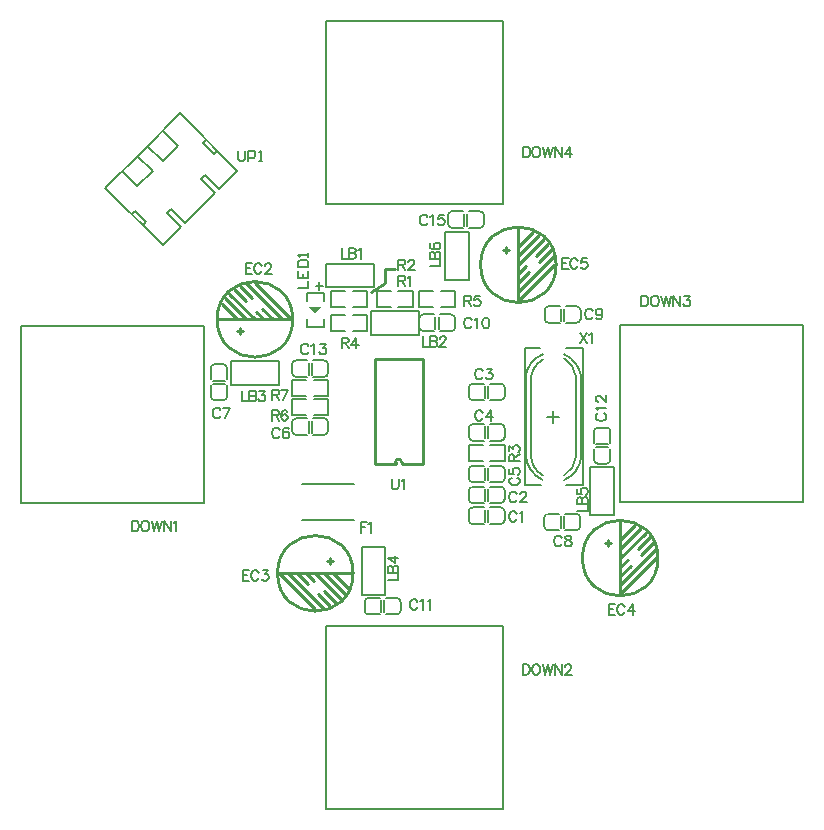
<source format=gto>
G04*
G04 #@! TF.GenerationSoftware,Altium Limited,Altium Designer,20.0.11 (256)*
G04*
G04 Layer_Color=65535*
%FSLAX25Y25*%
%MOIN*%
G70*
G01*
G75*
%ADD10C,0.01000*%
%ADD11C,0.00500*%
%ADD12C,0.00600*%
%ADD13C,0.00787*%
%ADD14C,0.00800*%
%ADD15C,0.00591*%
%ADD16C,0.00700*%
G36*
X69948Y136021D02*
X65548D01*
X67748Y133820D01*
X69948Y136021D01*
D02*
G37*
D10*
X96500Y84200D02*
G03*
X94500Y84200I-1000J0D01*
G01*
X148026Y149996D02*
G03*
X148026Y149996I-12598J0D01*
G01*
X181978Y52232D02*
G03*
X181978Y52232I-12598J0D01*
G01*
X80346Y47133D02*
G03*
X80346Y47133I-12598J0D01*
G01*
X60224Y131810D02*
G03*
X60224Y131810I-12598J0D01*
G01*
X96500Y83700D02*
X103500D01*
X96500D02*
Y84200D01*
X94500Y83700D02*
Y84200D01*
X87500Y83700D02*
X94500D01*
X87500D02*
Y118700D01*
X103500D01*
Y83700D02*
Y118700D01*
X91057Y148731D02*
X94400Y148700D01*
X90900Y143997D02*
X91057Y148731D01*
X86233Y140997D02*
X90900Y143997D01*
X135428Y137996D02*
X147428Y149996D01*
X135428Y140997D02*
X147428Y152997D01*
X142428Y150997D02*
X146428Y154997D01*
X135428Y143997D02*
X138928Y147496D01*
X141428Y152997D02*
X145428Y156997D01*
X135428Y146996D02*
X137928Y149496D01*
X135428Y149996D02*
X143928Y158496D01*
X135428Y152997D02*
X142428Y159996D01*
X135428Y155997D02*
X140428Y160996D01*
X135428Y137996D02*
Y161996D01*
X130428Y154997D02*
X132428D01*
X131428Y153997D02*
Y155997D01*
X169380Y40232D02*
X181380Y52232D01*
X169380Y43232D02*
X181380Y55232D01*
X176380Y53232D02*
X180380Y57232D01*
X169380Y46232D02*
X172880Y49732D01*
X175380Y55232D02*
X179380Y59232D01*
X169380Y49232D02*
X171880Y51732D01*
X169380Y52232D02*
X177880Y60732D01*
X169380Y55232D02*
X176380Y62232D01*
X169380Y58232D02*
X174380Y63232D01*
X169380Y40232D02*
Y64232D01*
X164380Y57232D02*
X166380D01*
X165380Y56232D02*
Y58232D01*
X55747Y47133D02*
X67747Y35133D01*
X58748Y47133D02*
X70748Y35133D01*
X68748Y40133D02*
X72747Y36133D01*
X61747Y47133D02*
X65247Y43633D01*
X70748Y41133D02*
X74748Y37133D01*
X64748Y47133D02*
X67247Y44633D01*
X67747Y47133D02*
X76248Y38633D01*
X70748Y47133D02*
X77747Y40133D01*
X73747Y47133D02*
X78747Y42133D01*
X55747Y47133D02*
X79747D01*
X72747Y50133D02*
Y52133D01*
X71747Y51133D02*
X73747D01*
X47626Y143810D02*
X59626Y131810D01*
X44626Y143810D02*
X56626Y131810D01*
X42626Y142810D02*
X46626Y138810D01*
X50126Y135310D02*
X53626Y131810D01*
X40626Y141810D02*
X44626Y137810D01*
X48126Y134310D02*
X50626Y131810D01*
X39126Y140310D02*
X47626Y131810D01*
X37626Y138810D02*
X44626Y131810D01*
X36626Y136810D02*
X41626Y131810D01*
X35626D02*
X59626D01*
X42626Y126810D02*
Y128810D01*
X41626Y127810D02*
X43626D01*
D11*
X34187Y116833D02*
G03*
X32831Y115477I0J-1356D01*
G01*
X38387Y115429D02*
G03*
X36983Y116833I-1404J0D01*
G01*
Y104825D02*
G03*
X38387Y106229I0J1404D01*
G01*
X32831Y106181D02*
G03*
X34187Y104825I1356J0D01*
G01*
X84167Y34800D02*
G03*
X85523Y33444I1356J0D01*
G01*
X85571Y39000D02*
G03*
X84167Y37596I0J-1404D01*
G01*
X96175D02*
G03*
X94771Y39000I-1404J0D01*
G01*
X94819Y33444D02*
G03*
X96175Y34800I0J1356D01*
G01*
X144147Y131992D02*
G03*
X145503Y130636I1356J0D01*
G01*
X145551Y136192D02*
G03*
X144147Y134788I0J-1404D01*
G01*
X156155D02*
G03*
X154751Y136192I-1404J0D01*
G01*
X154799Y130636D02*
G03*
X156155Y131992I0J1356D01*
G01*
X144049Y62832D02*
G03*
X145405Y61476I1356J0D01*
G01*
X145453Y67032D02*
G03*
X144049Y65628I0J-1404D01*
G01*
X156056D02*
G03*
X154653Y67032I-1404J0D01*
G01*
X154701Y61476D02*
G03*
X156056Y62832I0J1356D01*
G01*
X72015Y97482D02*
G03*
X70659Y98838I-1356J0D01*
G01*
X70611Y93282D02*
G03*
X72015Y94686I0J1404D01*
G01*
X60007D02*
G03*
X61411Y93282I1404J0D01*
G01*
X61363Y98838D02*
G03*
X60007Y97482I0J-1356D01*
G01*
X118896Y78817D02*
G03*
X120252Y77461I1356J0D01*
G01*
X120300Y83017D02*
G03*
X118896Y81613I0J-1404D01*
G01*
X130904D02*
G03*
X129500Y83017I-1404J0D01*
G01*
X129548Y77461D02*
G03*
X130904Y78817I0J1356D01*
G01*
X118896Y92702D02*
G03*
X120252Y91347I1356J0D01*
G01*
X120300Y96902D02*
G03*
X118896Y95498I0J-1404D01*
G01*
X130904D02*
G03*
X129500Y96902I-1404J0D01*
G01*
X129548Y91347D02*
G03*
X130904Y92702I0J1356D01*
G01*
X118896Y106198D02*
G03*
X120252Y104842I1356J0D01*
G01*
X120300Y110398D02*
G03*
X118896Y108994I0J-1404D01*
G01*
X130904D02*
G03*
X129500Y110398I-1404J0D01*
G01*
X129548Y104842D02*
G03*
X130904Y106198I0J1356D01*
G01*
X118842Y71875D02*
G03*
X120198Y70519I1356J0D01*
G01*
X120246Y76075D02*
G03*
X118842Y74671I0J-1404D01*
G01*
X130850D02*
G03*
X129446Y76075I-1404J0D01*
G01*
X129494Y70519D02*
G03*
X130850Y71875I0J1356D01*
G01*
X111947Y163646D02*
G03*
X113303Y162290I1356J0D01*
G01*
X113351Y167846D02*
G03*
X111947Y166442I0J-1404D01*
G01*
X123955D02*
G03*
X122551Y167846I-1404J0D01*
G01*
X122599Y162290D02*
G03*
X123955Y163646I0J1356D01*
G01*
X164780Y83707D02*
G03*
X166136Y85063I0J1356D01*
G01*
X160580Y85111D02*
G03*
X161984Y83707I1404J0D01*
G01*
Y95715D02*
G03*
X160580Y94311I0J-1404D01*
G01*
X166136Y94359D02*
G03*
X164780Y95715I-1356J0D01*
G01*
X102333Y129226D02*
G03*
X103689Y127870I1356J0D01*
G01*
X103737Y133426D02*
G03*
X102333Y132022I0J-1404D01*
G01*
X114341D02*
G03*
X112937Y133426I-1404J0D01*
G01*
X112985Y127870D02*
G03*
X114341Y129226I0J1356D01*
G01*
X118842Y64932D02*
G03*
X120198Y63576I1356J0D01*
G01*
X120246Y69132D02*
G03*
X118842Y67728I0J-1404D01*
G01*
X130850D02*
G03*
X129446Y69132I-1404J0D01*
G01*
X129494Y63576D02*
G03*
X130850Y64932I0J1356D01*
G01*
X72015Y116775D02*
G03*
X70659Y118131I-1356J0D01*
G01*
X70611Y112575D02*
G03*
X72015Y113979I0J1404D01*
G01*
X60007D02*
G03*
X61411Y112575I1404J0D01*
G01*
X61363Y118131D02*
G03*
X60007Y116775I0J-1356D01*
G01*
X32831Y111829D02*
Y115477D01*
X34187Y116833D02*
X36983D01*
X38387Y111829D02*
Y115429D01*
Y106229D02*
Y109829D01*
X34187Y104825D02*
X36983D01*
X32831Y106181D02*
Y109829D01*
X33587Y110329D02*
X37587D01*
X33587Y111380D02*
X37587D01*
X85523Y33444D02*
X89171D01*
X84167Y34800D02*
Y37596D01*
X85571Y39000D02*
X89171D01*
X91171D02*
X94771D01*
X96175Y34800D02*
Y37596D01*
X91171Y33444D02*
X94819D01*
X90671Y34200D02*
Y38200D01*
X89620Y34200D02*
Y38200D01*
X145503Y130636D02*
X149151D01*
X144147Y131992D02*
Y134788D01*
X145551Y136192D02*
X149151D01*
X151151D02*
X154751D01*
X156155Y131992D02*
Y134788D01*
X151151Y130636D02*
X154799D01*
X150651Y131392D02*
Y135392D01*
X149600Y131392D02*
Y135392D01*
X145405Y61476D02*
X149053D01*
X144049Y62832D02*
Y65628D01*
X145453Y67032D02*
X149053D01*
X151053D02*
X154653D01*
X156056Y62832D02*
Y65628D01*
X151053Y61476D02*
X154701D01*
X150553Y62232D02*
Y66232D01*
X149501Y62232D02*
Y66232D01*
X67011Y98838D02*
X70659D01*
X72015Y94686D02*
Y97482D01*
X67011Y93282D02*
X70611D01*
X61411D02*
X65011D01*
X60007Y94686D02*
Y97482D01*
X61363Y98838D02*
X65011D01*
X65511Y94082D02*
Y98082D01*
X66562Y94082D02*
Y98082D01*
X120252Y77461D02*
X123900D01*
X118896Y78817D02*
Y81613D01*
X120300Y83017D02*
X123900D01*
X125900D02*
X129500D01*
X130904Y78817D02*
Y81613D01*
X125900Y77461D02*
X129548D01*
X125400Y78217D02*
Y82217D01*
X124348Y78217D02*
Y82217D01*
X120252Y91347D02*
X123900D01*
X118896Y92702D02*
Y95498D01*
X120300Y96902D02*
X123900D01*
X125900D02*
X129500D01*
X130904Y92702D02*
Y95498D01*
X125900Y91347D02*
X129548D01*
X125400Y92102D02*
Y96102D01*
X124348Y92102D02*
Y96102D01*
X120252Y104842D02*
X123900D01*
X118896Y106198D02*
Y108994D01*
X120300Y110398D02*
X123900D01*
X125900D02*
X129500D01*
X130904Y106198D02*
Y108994D01*
X125900Y104842D02*
X129548D01*
X125400Y105598D02*
Y109598D01*
X124348Y105598D02*
Y109598D01*
X120198Y70519D02*
X123846D01*
X118842Y71875D02*
Y74671D01*
X120246Y76075D02*
X123846D01*
X125846D02*
X129446D01*
X130850Y71875D02*
Y74671D01*
X125846Y70519D02*
X129494D01*
X125346Y71275D02*
Y75275D01*
X124295Y71275D02*
Y75275D01*
X113303Y162290D02*
X116951D01*
X111947Y163646D02*
Y166442D01*
X113351Y167846D02*
X116951D01*
X118951D02*
X122551D01*
X123955Y163646D02*
Y166442D01*
X118951Y162290D02*
X122599D01*
X118451Y163046D02*
Y167046D01*
X117400Y163046D02*
Y167046D01*
X166136Y85063D02*
Y88711D01*
X161984Y83707D02*
X164780D01*
X160580Y85111D02*
Y88711D01*
Y90711D02*
Y94311D01*
X161984Y95715D02*
X164780D01*
X166136Y90711D02*
Y94359D01*
X161380Y90211D02*
X165380D01*
X161380Y89160D02*
X165380D01*
X103689Y127870D02*
X107337D01*
X102333Y129226D02*
Y132022D01*
X103737Y133426D02*
X107337D01*
X109337D02*
X112937D01*
X114341Y129226D02*
Y132022D01*
X109337Y127870D02*
X112985D01*
X108837Y128626D02*
Y132626D01*
X107786Y128626D02*
Y132626D01*
X120198Y63576D02*
X123846D01*
X118842Y64932D02*
Y67728D01*
X120246Y69132D02*
X123846D01*
X125846D02*
X129446D01*
X130850Y64932D02*
Y67728D01*
X125846Y63576D02*
X129494D01*
X125346Y64332D02*
Y68332D01*
X124295Y64332D02*
Y68332D01*
X67011Y118131D02*
X70659D01*
X72015Y113979D02*
Y116775D01*
X67011Y112575D02*
X70611D01*
X61411D02*
X65011D01*
X60007Y113979D02*
Y116775D01*
X61363Y118131D02*
X65011D01*
X65511Y113375D02*
Y117375D01*
X66562Y113375D02*
Y117375D01*
D12*
X150643Y79812D02*
G03*
X154580Y85908I-3825J6789D01*
G01*
X154581Y112876D02*
G03*
X150647Y118786I-8013J-1069D01*
G01*
X143557Y118353D02*
G03*
X139620Y111463I3776J-6728D01*
G01*
X139620Y86703D02*
G03*
X143559Y79811I7762J-135D01*
G01*
X150648Y78239D02*
G03*
X156352Y85920I-3616J8644D01*
G01*
X156351Y112695D02*
G03*
X150637Y120169I-9329J-1212D01*
G01*
X143550Y120163D02*
G03*
X137848Y112486I3340J-8437D01*
G01*
X137847Y86511D02*
G03*
X143555Y78238I9961J766D01*
G01*
X67178Y111594D02*
X71965D01*
Y106194D02*
Y111594D01*
X67178Y106194D02*
X71965D01*
X59997D02*
X64784D01*
X59997D02*
Y111594D01*
X64784D01*
X59997Y99763D02*
X64784D01*
X59997D02*
Y105163D01*
X64784D01*
X67178D02*
X71965D01*
Y99763D02*
Y105163D01*
X67178Y99763D02*
X71965D01*
X102323Y135820D02*
X107110D01*
X102323D02*
Y141220D01*
X107110D01*
X109504D02*
X114291D01*
Y135820D02*
Y141220D01*
X109504Y135820D02*
X114291D01*
X80182Y133320D02*
X84970D01*
Y127920D02*
Y133320D01*
X80182Y127920D02*
X84970D01*
X73001D02*
X77789D01*
X73001D02*
Y133320D01*
X77789D01*
X118946Y84454D02*
X123733D01*
X118946D02*
Y89854D01*
X123733D01*
X126127D02*
X130914D01*
Y84454D02*
Y89854D01*
X126127Y84454D02*
X130914D01*
X80182Y141260D02*
X84970D01*
Y135860D02*
Y141260D01*
X80182Y135860D02*
X84970D01*
X73001D02*
X77789D01*
X73001D02*
Y141260D01*
X77789D01*
X88249Y135860D02*
X93036D01*
X88249D02*
Y141260D01*
X93036D01*
X95430D02*
X100217D01*
Y135860D02*
Y141260D01*
X95430Y135860D02*
X100217D01*
X154580Y85914D02*
Y112883D01*
X139620Y86702D02*
Y111463D01*
X156352Y85914D02*
Y112686D01*
X137848Y86505D02*
Y112489D01*
X151431Y76465D02*
X156942D01*
Y122135D01*
X151250D02*
X156942D01*
X137572D02*
X142769D01*
X137572Y76465D02*
Y122135D01*
Y76465D02*
X143065D01*
D13*
X67910Y142961D02*
X70351D01*
X69130Y141741D02*
Y144182D01*
X64948Y129321D02*
X70548D01*
X64948D02*
Y131810D01*
X70548Y129321D02*
Y131810D01*
Y138031D02*
Y140521D01*
X64948Y138031D02*
Y140521D01*
X70548D01*
X33860Y187009D02*
X34921Y188070D01*
X30325Y190545D02*
X33860Y187009D01*
X30325Y190545D02*
X31314Y191534D01*
X6707Y166927D02*
X7697Y167917D01*
X11233Y164382D01*
X10172Y163321D02*
X11233Y164382D01*
X-2202Y175695D02*
X10172Y188070D01*
X-2202Y175695D02*
X16889Y156604D01*
X18445Y167210D02*
X22971Y162685D01*
X16889Y156604D02*
X22971Y162685D01*
X18445Y167210D02*
X19789Y168554D01*
X29688Y178453D02*
X31032Y179797D01*
X35557Y175271D02*
X41638Y181352D01*
X31032Y179797D02*
X35557Y175271D01*
X22546Y200444D02*
X41638Y181352D01*
X10172Y188070D02*
X22546Y200444D01*
X19789Y168554D02*
X24288Y164054D01*
X34187Y173954D01*
X29688Y178453D02*
X34187Y173954D01*
X16819Y194717D02*
X21910Y189625D01*
X16819Y184534D02*
X21910Y189625D01*
X11798Y189555D02*
X16819Y184534D01*
X3447Y181203D02*
X8467Y176182D01*
X13558Y181274D01*
X8467Y186365D02*
X13558Y181274D01*
D14*
X83183Y55802D02*
X91057D01*
X83183Y39802D02*
Y55802D01*
Y39802D02*
X91057D01*
Y55802D01*
X159443Y66495D02*
X167317D01*
Y82495D01*
X159443D02*
X167317D01*
X159443Y66495D02*
Y82495D01*
X110963Y145048D02*
X118837D01*
Y161048D01*
X110963D02*
X118837D01*
X110963Y145048D02*
Y161048D01*
X39626Y109943D02*
Y117817D01*
Y109943D02*
X55626D01*
Y117817D01*
X39626D02*
X55626D01*
X71270Y142463D02*
Y150337D01*
Y142463D02*
X87270D01*
Y150337D01*
X71270D02*
X87270D01*
X86233Y126683D02*
Y134557D01*
Y126683D02*
X102233D01*
Y134557D01*
X86233D02*
X102233D01*
X145132Y99300D02*
X149068D01*
X147100Y97332D02*
Y101268D01*
X71372Y231418D02*
X130428D01*
Y170394D02*
Y231418D01*
X71372Y170394D02*
X130428D01*
X71372D02*
Y231418D01*
X230318Y70972D02*
Y130028D01*
X169294Y70972D02*
X230318D01*
X169294D02*
Y130028D01*
X230318D01*
X71372Y-31418D02*
X130428D01*
X71372D02*
Y29606D01*
X130428D01*
Y-31418D02*
Y29606D01*
X-30418Y70572D02*
Y129628D01*
X30606D01*
Y70572D02*
Y129628D01*
X-30418Y70572D02*
X30606D01*
D15*
X63304Y77035D02*
X80627D01*
X63304Y64830D02*
X80627D01*
D16*
X155090Y67770D02*
X158589D01*
Y69769D01*
X155090Y70152D02*
X158589D01*
X155090D02*
Y71652D01*
X155257Y72152D01*
X155423Y72319D01*
X155757Y72485D01*
X156090D01*
X156423Y72319D01*
X156590Y72152D01*
X156756Y71652D01*
Y70152D02*
Y71652D01*
X156923Y72152D01*
X157090Y72319D01*
X157423Y72485D01*
X157923D01*
X158256Y72319D01*
X158423Y72152D01*
X158589Y71652D01*
Y70152D01*
X155090Y75268D02*
Y73602D01*
X156590Y73435D01*
X156423Y73602D01*
X156256Y74102D01*
Y74601D01*
X156423Y75101D01*
X156756Y75435D01*
X157256Y75601D01*
X157589D01*
X158089Y75435D01*
X158423Y75101D01*
X158589Y74601D01*
Y74102D01*
X158423Y73602D01*
X158256Y73435D01*
X157923Y73268D01*
X61901Y142105D02*
X65400D01*
Y144438D01*
X61901Y147937D02*
Y145604D01*
X65400D01*
Y147937D01*
X63651Y145604D02*
Y146771D01*
X61901Y149103D02*
X65400D01*
Y150853D01*
X64817Y151436D01*
X62484D01*
X61901Y150853D01*
Y149103D01*
X65400Y152602D02*
Y153768D01*
Y153185D01*
X61901D01*
X62484Y152602D01*
X76582Y155575D02*
Y152076D01*
X78582D01*
X78965Y155575D02*
Y152076D01*
Y155575D02*
X80465D01*
X80965Y155408D01*
X81132Y155242D01*
X81298Y154909D01*
Y154575D01*
X81132Y154242D01*
X80965Y154075D01*
X80465Y153909D01*
X78965D02*
X80465D01*
X80965Y153742D01*
X81132Y153575D01*
X81298Y153242D01*
Y152742D01*
X81132Y152409D01*
X80965Y152242D01*
X80465Y152076D01*
X78965D01*
X82081Y154909D02*
X82415Y155075D01*
X82915Y155575D01*
Y152076D01*
X82900Y64199D02*
Y60700D01*
Y64199D02*
X85066D01*
X82900Y62533D02*
X84233D01*
X85466Y63533D02*
X85799Y63699D01*
X86299Y64199D01*
Y60700D01*
X105901Y149700D02*
X109400D01*
Y151700D01*
X105901Y152083D02*
X109400D01*
X105901D02*
Y153583D01*
X106067Y154082D01*
X106234Y154249D01*
X106567Y154416D01*
X106901D01*
X107234Y154249D01*
X107400Y154082D01*
X107567Y153583D01*
Y152083D02*
Y153583D01*
X107734Y154082D01*
X107900Y154249D01*
X108234Y154416D01*
X108733D01*
X109067Y154249D01*
X109233Y154082D01*
X109400Y153583D01*
Y152083D01*
X106401Y157198D02*
X106067Y157032D01*
X105901Y156532D01*
Y156199D01*
X106067Y155699D01*
X106567Y155366D01*
X107400Y155199D01*
X108234D01*
X108900Y155366D01*
X109233Y155699D01*
X109400Y156199D01*
Y156365D01*
X109233Y156865D01*
X108900Y157198D01*
X108400Y157365D01*
X108234D01*
X107734Y157198D01*
X107400Y156865D01*
X107234Y156365D01*
Y156199D01*
X107400Y155699D01*
X107734Y155366D01*
X108234Y155199D01*
X91931Y44952D02*
X95430D01*
Y46952D01*
X91931Y47335D02*
X95430D01*
X91931D02*
Y48835D01*
X92097Y49335D01*
X92264Y49501D01*
X92597Y49668D01*
X92931D01*
X93264Y49501D01*
X93430Y49335D01*
X93597Y48835D01*
Y47335D02*
Y48835D01*
X93764Y49335D01*
X93930Y49501D01*
X94263Y49668D01*
X94763D01*
X95097Y49501D01*
X95263Y49335D01*
X95430Y48835D01*
Y47335D01*
X91931Y52118D02*
X94263Y50451D01*
Y52951D01*
X91931Y52118D02*
X95430D01*
X43295Y107958D02*
Y104459D01*
X45294D01*
X45678Y107958D02*
Y104459D01*
Y107958D02*
X47177D01*
X47677Y107792D01*
X47844Y107625D01*
X48011Y107292D01*
Y106958D01*
X47844Y106625D01*
X47677Y106459D01*
X47177Y106292D01*
X45678D02*
X47177D01*
X47677Y106125D01*
X47844Y105959D01*
X48011Y105625D01*
Y105126D01*
X47844Y104792D01*
X47677Y104626D01*
X47177Y104459D01*
X45678D01*
X49127Y107958D02*
X50960D01*
X49960Y106625D01*
X50460D01*
X50793Y106459D01*
X50960Y106292D01*
X51126Y105792D01*
Y105459D01*
X50960Y104959D01*
X50627Y104626D01*
X50127Y104459D01*
X49627D01*
X49127Y104626D01*
X48960Y104792D01*
X48794Y105126D01*
X65460Y122835D02*
X65293Y123168D01*
X64960Y123502D01*
X64626Y123668D01*
X63960D01*
X63627Y123502D01*
X63293Y123168D01*
X63127Y122835D01*
X62960Y122335D01*
Y121502D01*
X63127Y121002D01*
X63293Y120669D01*
X63627Y120335D01*
X63960Y120169D01*
X64626D01*
X64960Y120335D01*
X65293Y120669D01*
X65460Y121002D01*
X66443Y123002D02*
X66776Y123168D01*
X67276Y123668D01*
Y120169D01*
X69342Y123668D02*
X71175D01*
X70175Y122335D01*
X70675D01*
X71008Y122168D01*
X71175Y122002D01*
X71342Y121502D01*
Y121169D01*
X71175Y120669D01*
X70842Y120335D01*
X70342Y120169D01*
X69842D01*
X69342Y120335D01*
X69175Y120502D01*
X69009Y120835D01*
X103608Y126199D02*
Y122700D01*
X105607D01*
X105991Y126199D02*
Y122700D01*
Y126199D02*
X107490D01*
X107990Y126033D01*
X108157Y125866D01*
X108324Y125533D01*
Y125199D01*
X108157Y124866D01*
X107990Y124700D01*
X107490Y124533D01*
X105991D02*
X107490D01*
X107990Y124366D01*
X108157Y124200D01*
X108324Y123866D01*
Y123366D01*
X108157Y123033D01*
X107990Y122867D01*
X107490Y122700D01*
X105991D01*
X109273Y125366D02*
Y125533D01*
X109440Y125866D01*
X109607Y126033D01*
X109940Y126199D01*
X110606D01*
X110940Y126033D01*
X111106Y125866D01*
X111273Y125533D01*
Y125199D01*
X111106Y124866D01*
X110773Y124366D01*
X109107Y122700D01*
X111440D01*
X41926Y188033D02*
Y185117D01*
X42509Y184534D01*
X43676D01*
X44259Y185117D01*
Y188033D01*
X45425Y184534D02*
Y188033D01*
X47174D01*
X47758Y187450D01*
Y186284D01*
X47174Y185701D01*
X45425D01*
X48924Y184534D02*
X50090D01*
X49507D01*
Y188033D01*
X48924Y187450D01*
X155900Y127299D02*
X158233Y123800D01*
Y127299D02*
X155900Y123800D01*
X159016Y126633D02*
X159349Y126799D01*
X159849Y127299D01*
Y123800D01*
X93222Y78599D02*
Y76100D01*
X93389Y75600D01*
X93722Y75267D01*
X94222Y75100D01*
X94555D01*
X95055Y75267D01*
X95389Y75600D01*
X95555Y76100D01*
Y78599D01*
X96522Y77933D02*
X96855Y78099D01*
X97355Y78599D01*
Y75100D01*
X53326Y108324D02*
Y104825D01*
Y108324D02*
X54826D01*
X55326Y108158D01*
X55492Y107991D01*
X55659Y107658D01*
Y107324D01*
X55492Y106991D01*
X55326Y106825D01*
X54826Y106658D01*
X53326D01*
X54493D02*
X55659Y104825D01*
X58775Y108324D02*
X57109Y104825D01*
X56442Y108324D02*
X58775D01*
X53326Y101582D02*
Y98082D01*
Y101582D02*
X54826D01*
X55326Y101415D01*
X55492Y101248D01*
X55659Y100915D01*
Y100582D01*
X55492Y100249D01*
X55326Y100082D01*
X54826Y99915D01*
X53326D01*
X54493D02*
X55659Y98082D01*
X58442Y101082D02*
X58275Y101415D01*
X57775Y101582D01*
X57442D01*
X56942Y101415D01*
X56609Y100915D01*
X56442Y100082D01*
Y99249D01*
X56609Y98582D01*
X56942Y98249D01*
X57442Y98082D01*
X57609D01*
X58108Y98249D01*
X58442Y98582D01*
X58608Y99082D01*
Y99249D01*
X58442Y99749D01*
X58108Y100082D01*
X57609Y100249D01*
X57442D01*
X56942Y100082D01*
X56609Y99749D01*
X56442Y99249D01*
X117400Y139691D02*
Y136192D01*
Y139691D02*
X118900D01*
X119400Y139524D01*
X119566Y139358D01*
X119733Y139024D01*
Y138691D01*
X119566Y138358D01*
X119400Y138191D01*
X118900Y138024D01*
X117400D01*
X118566D02*
X119733Y136192D01*
X122516Y139691D02*
X120849D01*
X120683Y138191D01*
X120849Y138358D01*
X121349Y138524D01*
X121849D01*
X122349Y138358D01*
X122682Y138024D01*
X122849Y137525D01*
Y137191D01*
X122682Y136691D01*
X122349Y136358D01*
X121849Y136192D01*
X121349D01*
X120849Y136358D01*
X120683Y136525D01*
X120516Y136858D01*
X76582Y125634D02*
Y122135D01*
Y125634D02*
X78082D01*
X78582Y125467D01*
X78749Y125301D01*
X78915Y124967D01*
Y124634D01*
X78749Y124301D01*
X78582Y124134D01*
X78082Y123968D01*
X76582D01*
X77749D02*
X78915Y122135D01*
X81365Y125634D02*
X79698Y123301D01*
X82198D01*
X81365Y125634D02*
Y122135D01*
X132401Y84454D02*
X135900D01*
X132401D02*
Y85954D01*
X132567Y86453D01*
X132734Y86620D01*
X133067Y86787D01*
X133400D01*
X133734Y86620D01*
X133900Y86453D01*
X134067Y85954D01*
Y84454D01*
Y85620D02*
X135900Y86787D01*
X132401Y87903D02*
Y89736D01*
X133734Y88736D01*
Y89236D01*
X133900Y89569D01*
X134067Y89736D01*
X134567Y89903D01*
X134900D01*
X135400Y89736D01*
X135733Y89403D01*
X135900Y88903D01*
Y88403D01*
X135733Y87903D01*
X135567Y87736D01*
X135233Y87570D01*
X95400Y151699D02*
Y148200D01*
Y151699D02*
X96900D01*
X97400Y151533D01*
X97566Y151366D01*
X97733Y151033D01*
Y150699D01*
X97566Y150366D01*
X97400Y150200D01*
X96900Y150033D01*
X95400D01*
X96566D02*
X97733Y148200D01*
X98683Y150866D02*
Y151033D01*
X98849Y151366D01*
X99016Y151533D01*
X99349Y151699D01*
X100016D01*
X100349Y151533D01*
X100516Y151366D01*
X100682Y151033D01*
Y150699D01*
X100516Y150366D01*
X100182Y149866D01*
X98516Y148200D01*
X100849D01*
X95430Y146309D02*
Y142810D01*
Y146309D02*
X96930D01*
X97430Y146143D01*
X97596Y145976D01*
X97763Y145643D01*
Y145310D01*
X97596Y144976D01*
X97430Y144810D01*
X96930Y144643D01*
X95430D01*
X96596D02*
X97763Y142810D01*
X98546Y145643D02*
X98879Y145810D01*
X99379Y146309D01*
Y142810D01*
X152222Y152230D02*
X150055D01*
Y148731D01*
X152222D01*
X150055Y150564D02*
X151388D01*
X155304Y151397D02*
X155138Y151730D01*
X154804Y152064D01*
X154471Y152230D01*
X153805D01*
X153471Y152064D01*
X153138Y151730D01*
X152971Y151397D01*
X152805Y150897D01*
Y150064D01*
X152971Y149564D01*
X153138Y149231D01*
X153471Y148898D01*
X153805Y148731D01*
X154471D01*
X154804Y148898D01*
X155138Y149231D01*
X155304Y149564D01*
X158287Y152230D02*
X156621D01*
X156454Y150731D01*
X156621Y150897D01*
X157120Y151064D01*
X157620D01*
X158120Y150897D01*
X158454Y150564D01*
X158620Y150064D01*
Y149731D01*
X158454Y149231D01*
X158120Y148898D01*
X157620Y148731D01*
X157120D01*
X156621Y148898D01*
X156454Y149064D01*
X156287Y149397D01*
X167766Y36899D02*
X165600D01*
Y33400D01*
X167766D01*
X165600Y35233D02*
X166933D01*
X170849Y36066D02*
X170682Y36399D01*
X170349Y36733D01*
X170016Y36899D01*
X169349D01*
X169016Y36733D01*
X168683Y36399D01*
X168516Y36066D01*
X168349Y35566D01*
Y34733D01*
X168516Y34233D01*
X168683Y33900D01*
X169016Y33567D01*
X169349Y33400D01*
X170016D01*
X170349Y33567D01*
X170682Y33900D01*
X170849Y34233D01*
X173498Y36899D02*
X171832Y34566D01*
X174331D01*
X173498Y36899D02*
Y33400D01*
X45792Y48133D02*
X43626D01*
Y44633D01*
X45792D01*
X43626Y46466D02*
X44959D01*
X48875Y47299D02*
X48708Y47633D01*
X48375Y47966D01*
X48041Y48133D01*
X47375D01*
X47042Y47966D01*
X46709Y47633D01*
X46542Y47299D01*
X46375Y46799D01*
Y45966D01*
X46542Y45467D01*
X46709Y45133D01*
X47042Y44800D01*
X47375Y44633D01*
X48041D01*
X48375Y44800D01*
X48708Y45133D01*
X48875Y45467D01*
X50191Y48133D02*
X52024D01*
X51024Y46799D01*
X51524D01*
X51857Y46633D01*
X52024Y46466D01*
X52191Y45966D01*
Y45633D01*
X52024Y45133D01*
X51691Y44800D01*
X51191Y44633D01*
X50691D01*
X50191Y44800D01*
X50024Y44967D01*
X49858Y45300D01*
X46792Y150496D02*
X44626D01*
Y146996D01*
X46792D01*
X44626Y148829D02*
X45959D01*
X49875Y149663D02*
X49708Y149996D01*
X49375Y150329D01*
X49042Y150496D01*
X48375D01*
X48042Y150329D01*
X47708Y149996D01*
X47542Y149663D01*
X47375Y149163D01*
Y148330D01*
X47542Y147830D01*
X47708Y147496D01*
X48042Y147163D01*
X48375Y146996D01*
X49042D01*
X49375Y147163D01*
X49708Y147496D01*
X49875Y147830D01*
X51025Y149663D02*
Y149829D01*
X51191Y150162D01*
X51358Y150329D01*
X51691Y150496D01*
X52358D01*
X52691Y150329D01*
X52857Y150162D01*
X53024Y149829D01*
Y149496D01*
X52857Y149163D01*
X52524Y148663D01*
X50858Y146996D01*
X53191D01*
X137000Y189299D02*
Y185800D01*
Y189299D02*
X138166D01*
X138666Y189133D01*
X139000Y188799D01*
X139166Y188466D01*
X139333Y187966D01*
Y187133D01*
X139166Y186633D01*
X139000Y186300D01*
X138666Y185967D01*
X138166Y185800D01*
X137000D01*
X141116Y189299D02*
X140782Y189133D01*
X140449Y188799D01*
X140283Y188466D01*
X140116Y187966D01*
Y187133D01*
X140283Y186633D01*
X140449Y186300D01*
X140782Y185967D01*
X141116Y185800D01*
X141782D01*
X142116Y185967D01*
X142449Y186300D01*
X142615Y186633D01*
X142782Y187133D01*
Y187966D01*
X142615Y188466D01*
X142449Y188799D01*
X142116Y189133D01*
X141782Y189299D01*
X141116D01*
X143599D02*
X144432Y185800D01*
X145265Y189299D02*
X144432Y185800D01*
X145265Y189299D02*
X146098Y185800D01*
X146931Y189299D02*
X146098Y185800D01*
X147631Y189299D02*
Y185800D01*
Y189299D02*
X149964Y185800D01*
Y189299D02*
Y185800D01*
X152597Y189299D02*
X150930Y186966D01*
X153430D01*
X152597Y189299D02*
Y185800D01*
X176380Y139691D02*
Y136192D01*
Y139691D02*
X177546D01*
X178046Y139524D01*
X178379Y139191D01*
X178546Y138858D01*
X178713Y138358D01*
Y137525D01*
X178546Y137025D01*
X178379Y136691D01*
X178046Y136358D01*
X177546Y136192D01*
X176380D01*
X180496Y139691D02*
X180162Y139524D01*
X179829Y139191D01*
X179663Y138858D01*
X179496Y138358D01*
Y137525D01*
X179663Y137025D01*
X179829Y136691D01*
X180162Y136358D01*
X180496Y136192D01*
X181162D01*
X181495Y136358D01*
X181829Y136691D01*
X181995Y137025D01*
X182162Y137525D01*
Y138358D01*
X181995Y138858D01*
X181829Y139191D01*
X181495Y139524D01*
X181162Y139691D01*
X180496D01*
X182978D02*
X183812Y136192D01*
X184645Y139691D02*
X183812Y136192D01*
X184645Y139691D02*
X185478Y136192D01*
X186311Y139691D02*
X185478Y136192D01*
X187011Y139691D02*
Y136192D01*
Y139691D02*
X189344Y136192D01*
Y139691D02*
Y136192D01*
X190644Y139691D02*
X192476D01*
X191477Y138358D01*
X191976D01*
X192310Y138191D01*
X192476Y138024D01*
X192643Y137525D01*
Y137191D01*
X192476Y136691D01*
X192143Y136358D01*
X191643Y136192D01*
X191143D01*
X190644Y136358D01*
X190477Y136525D01*
X190310Y136858D01*
X136900Y16899D02*
Y13400D01*
Y16899D02*
X138066D01*
X138566Y16733D01*
X138900Y16399D01*
X139066Y16066D01*
X139233Y15566D01*
Y14733D01*
X139066Y14233D01*
X138900Y13900D01*
X138566Y13567D01*
X138066Y13400D01*
X136900D01*
X141016Y16899D02*
X140682Y16733D01*
X140349Y16399D01*
X140183Y16066D01*
X140016Y15566D01*
Y14733D01*
X140183Y14233D01*
X140349Y13900D01*
X140682Y13567D01*
X141016Y13400D01*
X141682D01*
X142016Y13567D01*
X142349Y13900D01*
X142516Y14233D01*
X142682Y14733D01*
Y15566D01*
X142516Y16066D01*
X142349Y16399D01*
X142016Y16733D01*
X141682Y16899D01*
X141016D01*
X143499D02*
X144332Y13400D01*
X145165Y16899D02*
X144332Y13400D01*
X145165Y16899D02*
X145998Y13400D01*
X146831Y16899D02*
X145998Y13400D01*
X147531Y16899D02*
Y13400D01*
Y16899D02*
X149864Y13400D01*
Y16899D02*
Y13400D01*
X150997Y16066D02*
Y16233D01*
X151164Y16566D01*
X151330Y16733D01*
X151663Y16899D01*
X152330D01*
X152663Y16733D01*
X152830Y16566D01*
X152997Y16233D01*
Y15900D01*
X152830Y15566D01*
X152497Y15066D01*
X150830Y13400D01*
X153163D01*
X6600Y64599D02*
Y61100D01*
Y64599D02*
X7766D01*
X8266Y64433D01*
X8600Y64099D01*
X8766Y63766D01*
X8933Y63266D01*
Y62433D01*
X8766Y61933D01*
X8600Y61600D01*
X8266Y61267D01*
X7766Y61100D01*
X6600D01*
X10716Y64599D02*
X10383Y64433D01*
X10049Y64099D01*
X9883Y63766D01*
X9716Y63266D01*
Y62433D01*
X9883Y61933D01*
X10049Y61600D01*
X10383Y61267D01*
X10716Y61100D01*
X11382D01*
X11716Y61267D01*
X12049Y61600D01*
X12216Y61933D01*
X12382Y62433D01*
Y63266D01*
X12216Y63766D01*
X12049Y64099D01*
X11716Y64433D01*
X11382Y64599D01*
X10716D01*
X13199D02*
X14032Y61100D01*
X14865Y64599D02*
X14032Y61100D01*
X14865Y64599D02*
X15698Y61100D01*
X16531Y64599D02*
X15698Y61100D01*
X17231Y64599D02*
Y61100D01*
Y64599D02*
X19564Y61100D01*
Y64599D02*
Y61100D01*
X20530Y63933D02*
X20864Y64099D01*
X21363Y64599D01*
Y61100D01*
X160300Y134466D02*
X160133Y134799D01*
X159800Y135133D01*
X159466Y135299D01*
X158800D01*
X158466Y135133D01*
X158133Y134799D01*
X157967Y134466D01*
X157800Y133966D01*
Y133133D01*
X157967Y132633D01*
X158133Y132300D01*
X158466Y131967D01*
X158800Y131800D01*
X159466D01*
X159800Y131967D01*
X160133Y132300D01*
X160300Y132633D01*
X163449Y134133D02*
X163282Y133633D01*
X162949Y133300D01*
X162449Y133133D01*
X162282D01*
X161783Y133300D01*
X161449Y133633D01*
X161283Y134133D01*
Y134300D01*
X161449Y134799D01*
X161783Y135133D01*
X162282Y135299D01*
X162449D01*
X162949Y135133D01*
X163282Y134799D01*
X163449Y134133D01*
Y133300D01*
X163282Y132466D01*
X162949Y131967D01*
X162449Y131800D01*
X162116D01*
X161616Y131967D01*
X161449Y132300D01*
X149927Y58898D02*
X149761Y59232D01*
X149428Y59565D01*
X149094Y59732D01*
X148428D01*
X148094Y59565D01*
X147761Y59232D01*
X147595Y58898D01*
X147428Y58398D01*
Y57565D01*
X147595Y57065D01*
X147761Y56732D01*
X148094Y56399D01*
X148428Y56232D01*
X149094D01*
X149428Y56399D01*
X149761Y56732D01*
X149927Y57065D01*
X151744Y59732D02*
X151244Y59565D01*
X151077Y59232D01*
Y58898D01*
X151244Y58565D01*
X151577Y58398D01*
X152244Y58232D01*
X152743Y58065D01*
X153077Y57732D01*
X153243Y57399D01*
Y56899D01*
X153077Y56565D01*
X152910Y56399D01*
X152410Y56232D01*
X151744D01*
X151244Y56399D01*
X151077Y56565D01*
X150911Y56899D01*
Y57399D01*
X151077Y57732D01*
X151410Y58065D01*
X151910Y58232D01*
X152577Y58398D01*
X152910Y58565D01*
X153077Y58898D01*
Y59232D01*
X152910Y59565D01*
X152410Y59732D01*
X151744D01*
X36069Y101504D02*
X35902Y101838D01*
X35569Y102171D01*
X35236Y102338D01*
X34569D01*
X34236Y102171D01*
X33902Y101838D01*
X33736Y101504D01*
X33569Y101004D01*
Y100171D01*
X33736Y99671D01*
X33902Y99338D01*
X34236Y99005D01*
X34569Y98838D01*
X35236D01*
X35569Y99005D01*
X35902Y99338D01*
X36069Y99671D01*
X39385Y102338D02*
X37718Y98838D01*
X37052Y102338D02*
X39385D01*
X55826Y94768D02*
X55659Y95102D01*
X55326Y95435D01*
X54992Y95602D01*
X54326D01*
X53993Y95435D01*
X53659Y95102D01*
X53493Y94768D01*
X53326Y94269D01*
Y93435D01*
X53493Y92936D01*
X53659Y92602D01*
X53993Y92269D01*
X54326Y92102D01*
X54992D01*
X55326Y92269D01*
X55659Y92602D01*
X55826Y92936D01*
X58808Y95102D02*
X58642Y95435D01*
X58142Y95602D01*
X57809D01*
X57309Y95435D01*
X56975Y94935D01*
X56809Y94102D01*
Y93269D01*
X56975Y92602D01*
X57309Y92269D01*
X57809Y92102D01*
X57975D01*
X58475Y92269D01*
X58808Y92602D01*
X58975Y93102D01*
Y93269D01*
X58808Y93769D01*
X58475Y94102D01*
X57975Y94269D01*
X57809D01*
X57309Y94102D01*
X56975Y93769D01*
X56809Y93269D01*
X133234Y78977D02*
X132901Y78810D01*
X132567Y78477D01*
X132401Y78144D01*
Y77477D01*
X132567Y77144D01*
X132901Y76811D01*
X133234Y76644D01*
X133734Y76477D01*
X134567D01*
X135067Y76644D01*
X135400Y76811D01*
X135733Y77144D01*
X135900Y77477D01*
Y78144D01*
X135733Y78477D01*
X135400Y78810D01*
X135067Y78977D01*
X132401Y81959D02*
Y80293D01*
X133900Y80127D01*
X133734Y80293D01*
X133567Y80793D01*
Y81293D01*
X133734Y81793D01*
X134067Y82126D01*
X134567Y82293D01*
X134900D01*
X135400Y82126D01*
X135733Y81793D01*
X135900Y81293D01*
Y80793D01*
X135733Y80293D01*
X135567Y80127D01*
X135233Y79960D01*
X123600Y100748D02*
X123433Y101082D01*
X123100Y101415D01*
X122767Y101582D01*
X122100D01*
X121767Y101415D01*
X121434Y101082D01*
X121267Y100748D01*
X121101Y100249D01*
Y99415D01*
X121267Y98915D01*
X121434Y98582D01*
X121767Y98249D01*
X122100Y98082D01*
X122767D01*
X123100Y98249D01*
X123433Y98582D01*
X123600Y98915D01*
X126250Y101582D02*
X124583Y99249D01*
X127083D01*
X126250Y101582D02*
Y98082D01*
X123600Y114495D02*
X123433Y114828D01*
X123100Y115161D01*
X122767Y115328D01*
X122100D01*
X121767Y115161D01*
X121434Y114828D01*
X121267Y114495D01*
X121101Y113995D01*
Y113162D01*
X121267Y112662D01*
X121434Y112329D01*
X121767Y111995D01*
X122100Y111829D01*
X122767D01*
X123100Y111995D01*
X123433Y112329D01*
X123600Y112662D01*
X124916Y115328D02*
X126749D01*
X125750Y113995D01*
X126250D01*
X126583Y113828D01*
X126749Y113662D01*
X126916Y113162D01*
Y112829D01*
X126749Y112329D01*
X126416Y111995D01*
X125916Y111829D01*
X125416D01*
X124916Y111995D01*
X124750Y112162D01*
X124583Y112495D01*
X134927Y73461D02*
X134761Y73795D01*
X134428Y74128D01*
X134094Y74295D01*
X133428D01*
X133095Y74128D01*
X132761Y73795D01*
X132595Y73461D01*
X132428Y72961D01*
Y72128D01*
X132595Y71628D01*
X132761Y71295D01*
X133095Y70962D01*
X133428Y70795D01*
X134094D01*
X134428Y70962D01*
X134761Y71295D01*
X134927Y71628D01*
X136077Y73461D02*
Y73628D01*
X136244Y73961D01*
X136410Y74128D01*
X136744Y74295D01*
X137410D01*
X137743Y74128D01*
X137910Y73961D01*
X138077Y73628D01*
Y73295D01*
X137910Y72961D01*
X137577Y72462D01*
X135911Y70795D01*
X138243D01*
X105048Y165866D02*
X104882Y166199D01*
X104548Y166533D01*
X104215Y166699D01*
X103548D01*
X103215Y166533D01*
X102882Y166199D01*
X102715Y165866D01*
X102549Y165366D01*
Y164533D01*
X102715Y164033D01*
X102882Y163700D01*
X103215Y163367D01*
X103548Y163200D01*
X104215D01*
X104548Y163367D01*
X104882Y163700D01*
X105048Y164033D01*
X106031Y166033D02*
X106365Y166199D01*
X106864Y166699D01*
Y163200D01*
X110597Y166699D02*
X108931D01*
X108764Y165200D01*
X108931Y165366D01*
X109431Y165533D01*
X109930D01*
X110430Y165366D01*
X110764Y165033D01*
X110930Y164533D01*
Y164200D01*
X110764Y163700D01*
X110430Y163367D01*
X109930Y163200D01*
X109431D01*
X108931Y163367D01*
X108764Y163533D01*
X108597Y163866D01*
X162114Y100582D02*
X161781Y100415D01*
X161447Y100082D01*
X161281Y99749D01*
Y99082D01*
X161447Y98749D01*
X161781Y98416D01*
X162114Y98249D01*
X162614Y98082D01*
X163447D01*
X163947Y98249D01*
X164280Y98416D01*
X164613Y98749D01*
X164780Y99082D01*
Y99749D01*
X164613Y100082D01*
X164280Y100415D01*
X163947Y100582D01*
X161947Y101565D02*
X161781Y101898D01*
X161281Y102398D01*
X164780D01*
X162114Y104298D02*
X161947D01*
X161614Y104464D01*
X161447Y104631D01*
X161281Y104964D01*
Y105631D01*
X161447Y105964D01*
X161614Y106131D01*
X161947Y106297D01*
X162280D01*
X162614Y106131D01*
X163114Y105797D01*
X164780Y104131D01*
Y106464D01*
X101699Y37633D02*
X101533Y37966D01*
X101200Y38299D01*
X100866Y38466D01*
X100200D01*
X99866Y38299D01*
X99533Y37966D01*
X99367Y37633D01*
X99200Y37133D01*
Y36300D01*
X99367Y35800D01*
X99533Y35467D01*
X99866Y35133D01*
X100200Y34967D01*
X100866D01*
X101200Y35133D01*
X101533Y35467D01*
X101699Y35800D01*
X102683Y37799D02*
X103016Y37966D01*
X103516Y38466D01*
Y34967D01*
X105249Y37799D02*
X105582Y37966D01*
X106082Y38466D01*
Y34967D01*
X119899Y131476D02*
X119733Y131810D01*
X119400Y132143D01*
X119066Y132309D01*
X118400D01*
X118067Y132143D01*
X117733Y131810D01*
X117567Y131476D01*
X117400Y130976D01*
Y130143D01*
X117567Y129643D01*
X117733Y129310D01*
X118067Y128977D01*
X118400Y128810D01*
X119066D01*
X119400Y128977D01*
X119733Y129310D01*
X119899Y129643D01*
X120883Y131643D02*
X121216Y131810D01*
X121716Y132309D01*
Y128810D01*
X124449Y132309D02*
X123949Y132143D01*
X123615Y131643D01*
X123449Y130810D01*
Y130310D01*
X123615Y129477D01*
X123949Y128977D01*
X124449Y128810D01*
X124782D01*
X125282Y128977D01*
X125615Y129477D01*
X125782Y130310D01*
Y130810D01*
X125615Y131643D01*
X125282Y132143D01*
X124782Y132309D01*
X124449D01*
X134927Y66998D02*
X134761Y67332D01*
X134428Y67665D01*
X134094Y67831D01*
X133428D01*
X133095Y67665D01*
X132761Y67332D01*
X132595Y66998D01*
X132428Y66498D01*
Y65665D01*
X132595Y65165D01*
X132761Y64832D01*
X133095Y64499D01*
X133428Y64332D01*
X134094D01*
X134428Y64499D01*
X134761Y64832D01*
X134927Y65165D01*
X135911Y67165D02*
X136244Y67332D01*
X136744Y67831D01*
Y64332D01*
M02*

</source>
